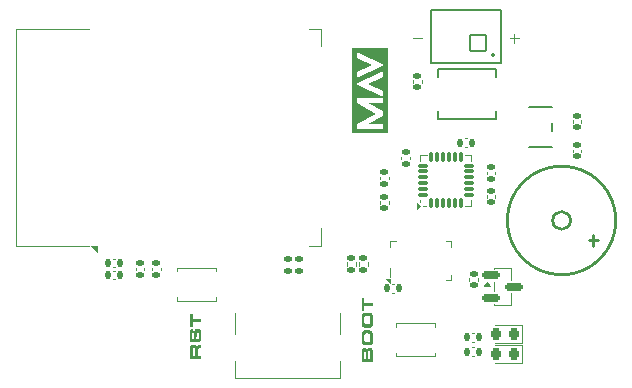
<source format=gbr>
%TF.GenerationSoftware,KiCad,Pcbnew,9.0.5*%
%TF.CreationDate,2025-11-13T13:03:33-05:00*%
%TF.ProjectId,F25,4632352e-6b69-4636-9164-5f7063625858,v1.0.1*%
%TF.SameCoordinates,Original*%
%TF.FileFunction,Legend,Top*%
%TF.FilePolarity,Positive*%
%FSLAX46Y46*%
G04 Gerber Fmt 4.6, Leading zero omitted, Abs format (unit mm)*
G04 Created by KiCad (PCBNEW 9.0.5) date 2025-11-13 13:03:33*
%MOMM*%
%LPD*%
G01*
G04 APERTURE LIST*
G04 Aperture macros list*
%AMRoundRect*
0 Rectangle with rounded corners*
0 $1 Rounding radius*
0 $2 $3 $4 $5 $6 $7 $8 $9 X,Y pos of 4 corners*
0 Add a 4 corners polygon primitive as box body*
4,1,4,$2,$3,$4,$5,$6,$7,$8,$9,$2,$3,0*
0 Add four circle primitives for the rounded corners*
1,1,$1+$1,$2,$3*
1,1,$1+$1,$4,$5*
1,1,$1+$1,$6,$7*
1,1,$1+$1,$8,$9*
0 Add four rect primitives between the rounded corners*
20,1,$1+$1,$2,$3,$4,$5,0*
20,1,$1+$1,$4,$5,$6,$7,0*
20,1,$1+$1,$6,$7,$8,$9,0*
20,1,$1+$1,$8,$9,$2,$3,0*%
G04 Aperture macros list end*
%ADD10C,0.000000*%
%ADD11C,0.100000*%
%ADD12C,0.120000*%
%ADD13C,0.127000*%
%ADD14C,0.200000*%
%ADD15C,0.152400*%
%ADD16C,0.254000*%
%ADD17RoundRect,0.140000X-0.170000X0.140000X-0.170000X-0.140000X0.170000X-0.140000X0.170000X0.140000X0*%
%ADD18RoundRect,0.140000X0.140000X0.170000X-0.140000X0.170000X-0.140000X-0.170000X0.140000X-0.170000X0*%
%ADD19RoundRect,0.140000X0.170000X-0.140000X0.170000X0.140000X-0.170000X0.140000X-0.170000X-0.140000X0*%
%ADD20RoundRect,0.075000X0.075000X-0.350000X0.075000X0.350000X-0.075000X0.350000X-0.075000X-0.350000X0*%
%ADD21RoundRect,0.075000X0.350000X0.075000X-0.350000X0.075000X-0.350000X-0.075000X0.350000X-0.075000X0*%
%ADD22C,0.600000*%
%ADD23C,5.200000*%
%ADD24R,0.900000X1.500000*%
%ADD25R,1.500000X0.900000*%
%ADD26R,3.900000X3.900000*%
%ADD27RoundRect,0.102000X-0.654000X-0.654000X0.654000X-0.654000X0.654000X0.654000X-0.654000X0.654000X0*%
%ADD28C,1.512000*%
%ADD29RoundRect,0.135000X-0.185000X0.135000X-0.185000X-0.135000X0.185000X-0.135000X0.185000X0.135000X0*%
%ADD30R,0.600000X1.160000*%
%ADD31R,0.300000X1.160000*%
%ADD32O,0.900000X2.000000*%
%ADD33O,0.900000X1.700000*%
%ADD34RoundRect,0.140000X-0.140000X-0.170000X0.140000X-0.170000X0.140000X0.170000X-0.140000X0.170000X0*%
%ADD35RoundRect,0.218750X0.218750X0.256250X-0.218750X0.256250X-0.218750X-0.256250X0.218750X-0.256250X0*%
%ADD36R,1.955800X2.260600*%
%ADD37C,1.800000*%
%ADD38R,0.550000X0.950000*%
%ADD39RoundRect,0.150000X-0.587500X-0.150000X0.587500X-0.150000X0.587500X0.150000X-0.587500X0.150000X0*%
%ADD40R,0.900000X1.700000*%
%ADD41R,1.003300X0.508000*%
%ADD42RoundRect,0.135000X0.185000X-0.135000X0.185000X0.135000X-0.185000X0.135000X-0.185000X-0.135000X0*%
G04 APERTURE END LIST*
D10*
G36*
X144587503Y-112936501D02*
G01*
X144634805Y-112941598D01*
X144677591Y-112952302D01*
X144712900Y-112969597D01*
X144742395Y-112992898D01*
X144762201Y-113018601D01*
X144778802Y-113054597D01*
X144807992Y-113136201D01*
X144820505Y-113071702D01*
X144837701Y-113024895D01*
X144858301Y-112991997D01*
X144886896Y-112967797D01*
X144928995Y-112951798D01*
X144989602Y-112945801D01*
X145171197Y-112945801D01*
X145171197Y-113234200D01*
X145080499Y-113234200D01*
X145014703Y-113237595D01*
X144969995Y-113246102D01*
X144954492Y-113254998D01*
X144941903Y-113273301D01*
X144932702Y-113305298D01*
X144928903Y-113357400D01*
X144928903Y-113832001D01*
X145171197Y-113832001D01*
X145171197Y-114116196D01*
X144229394Y-114116196D01*
X144229394Y-113381196D01*
X144460000Y-113381196D01*
X144460000Y-113832001D01*
X144698404Y-113832001D01*
X144698404Y-113402199D01*
X144698404Y-113365800D01*
X144694604Y-113300400D01*
X144685891Y-113263695D01*
X144674798Y-113245400D01*
X144656900Y-113233796D01*
X144624292Y-113225197D01*
X144569497Y-113221596D01*
X144526803Y-113224198D01*
X144501596Y-113230698D01*
X144483301Y-113244095D01*
X144471094Y-113268502D01*
X144461404Y-113315400D01*
X144460000Y-113358796D01*
X144460000Y-113381196D01*
X144229394Y-113381196D01*
X144229394Y-113358796D01*
X144229394Y-113246796D01*
X144234491Y-113160302D01*
X144248300Y-113094102D01*
X144268701Y-113043999D01*
X144294900Y-113006699D01*
X144329599Y-112977799D01*
X144377191Y-112955300D01*
X144441293Y-112940201D01*
X144526391Y-112934601D01*
X144587503Y-112936501D01*
G37*
G36*
X160970895Y-94960198D02*
G01*
X157985498Y-94960198D01*
X157985498Y-94237198D01*
X158379098Y-94237198D01*
X158379098Y-94682496D01*
X160577295Y-94682496D01*
X160577295Y-94235200D01*
X159280099Y-94235200D01*
X160577295Y-93586602D01*
X160577295Y-93142701D01*
X159280099Y-92494095D01*
X160577295Y-92494095D01*
X160577295Y-92046799D01*
X158379098Y-92046799D01*
X158379098Y-92492097D01*
X160014902Y-93364602D01*
X158379098Y-94237198D01*
X157985498Y-94237198D01*
X157985498Y-92492097D01*
X157985498Y-90846902D01*
X158263299Y-90846902D01*
X160577295Y-91948502D01*
X160577295Y-91445496D01*
X159325403Y-90846902D01*
X160577295Y-90248398D01*
X160577295Y-89745400D01*
X158263299Y-90846902D01*
X157985498Y-90846902D01*
X157985498Y-89806595D01*
X158379098Y-89806595D01*
X158379098Y-90309601D01*
X160693200Y-89208100D01*
X158379098Y-88106499D01*
X158379098Y-88609498D01*
X159630990Y-89208100D01*
X158379098Y-89806595D01*
X157985498Y-89806595D01*
X157985498Y-88609498D01*
X157985498Y-87828797D01*
X160970895Y-87828797D01*
X160970895Y-94960198D01*
G37*
G36*
X159389703Y-110198899D02*
G01*
X159499795Y-110215195D01*
X159575204Y-110238198D01*
X159624704Y-110265298D01*
X159654703Y-110295502D01*
X159680902Y-110341599D01*
X159702493Y-110408799D01*
X159717599Y-110503602D01*
X159723398Y-110633500D01*
X159727594Y-110847703D01*
X159728998Y-110937401D01*
X159721994Y-111130601D01*
X159716699Y-111212502D01*
X159701898Y-111280099D01*
X159678995Y-111335602D01*
X159648492Y-111381196D01*
X159608896Y-111417802D01*
X159558099Y-111445099D01*
X159493295Y-111462899D01*
X159411203Y-111469300D01*
X159238901Y-111472100D01*
X159087198Y-111465699D01*
X158981805Y-111449196D01*
X158911599Y-111426301D01*
X158867196Y-111399399D01*
X158840692Y-111369797D01*
X158817392Y-111325600D01*
X158798196Y-111262101D01*
X158784799Y-111173600D01*
X158779703Y-111053597D01*
X158775491Y-110851998D01*
X158776498Y-110689500D01*
X159004693Y-110689500D01*
X159006097Y-110972397D01*
X159011697Y-111062997D01*
X159025705Y-111119401D01*
X159043100Y-111147797D01*
X159069894Y-111167000D01*
X159108896Y-111177498D01*
X159214502Y-111185197D01*
X159239694Y-111185197D01*
X159277398Y-111185197D01*
X159364190Y-111180695D01*
X159418802Y-111169701D01*
X159450891Y-111155099D01*
X159467904Y-111138199D01*
X159481897Y-111110696D01*
X159491800Y-111068398D01*
X159495599Y-111005898D01*
X159498498Y-110853402D01*
X159497094Y-110707696D01*
X159493402Y-110626702D01*
X159484094Y-110571198D01*
X159471200Y-110534897D01*
X159455591Y-110513802D01*
X159431192Y-110497597D01*
X159395105Y-110486596D01*
X159343194Y-110482400D01*
X159217294Y-110479500D01*
X159155298Y-110481599D01*
X159107492Y-110487198D01*
X159066400Y-110499695D01*
X159040292Y-110518700D01*
X159023095Y-110546502D01*
X159011697Y-110589501D01*
X159006494Y-110637200D01*
X159004693Y-110689500D01*
X158776498Y-110689500D01*
X158776895Y-110625199D01*
X158781396Y-110517800D01*
X158793405Y-110433999D01*
X158811197Y-110369401D01*
X158833505Y-110320496D01*
X158859491Y-110284302D01*
X158892999Y-110255295D01*
X158939203Y-110230599D01*
X159001397Y-110210900D01*
X159083398Y-110197503D01*
X159189996Y-110192597D01*
X159234704Y-110192597D01*
X159389703Y-110198899D01*
G37*
G36*
X144960702Y-111555199D02*
G01*
X145023904Y-111570595D01*
X145070199Y-111593499D01*
X145103402Y-111622903D01*
X145128000Y-111660500D01*
X145147394Y-111711198D01*
X145160394Y-111778298D01*
X145165292Y-111865800D01*
X145175104Y-112229798D01*
X145170999Y-112420098D01*
X145167199Y-112498398D01*
X145156900Y-112559601D01*
X145141595Y-112606797D01*
X145122201Y-112642800D01*
X145095102Y-112671403D01*
X145055902Y-112693597D01*
X145001199Y-112708497D01*
X144926004Y-112714097D01*
X144870294Y-112714097D01*
X144870294Y-112434098D01*
X144885400Y-112432702D01*
X144920404Y-112427796D01*
X144942697Y-112414796D01*
X144956201Y-112394295D01*
X144966501Y-112351800D01*
X144970605Y-112287102D01*
X144971902Y-112152802D01*
X144966195Y-111962296D01*
X144963205Y-111909501D01*
X144955896Y-111877701D01*
X144946298Y-111860200D01*
X144922098Y-111842797D01*
X144883798Y-111836297D01*
X144848993Y-111843300D01*
X144822702Y-111863602D01*
X144811502Y-111883500D01*
X144803293Y-111916497D01*
X144799997Y-111967896D01*
X144799997Y-112014100D01*
X144790201Y-112481698D01*
X144785303Y-112548302D01*
X144771798Y-112599297D01*
X144751291Y-112638199D01*
X144724405Y-112667298D01*
X144690500Y-112689103D01*
X144647104Y-112705903D01*
X144592004Y-112716996D01*
X144522394Y-112721100D01*
X144445901Y-112716599D01*
X144387491Y-112704697D01*
X144343500Y-112686898D01*
X144306695Y-112659096D01*
X144277795Y-112618600D01*
X144256692Y-112562195D01*
X144239297Y-112464898D01*
X144229699Y-112325600D01*
X144225503Y-112128899D01*
X144228296Y-111930100D01*
X144233590Y-111816903D01*
X144247201Y-111738297D01*
X144264200Y-111692597D01*
X144287195Y-111659196D01*
X144316202Y-111635399D01*
X144366098Y-111609902D01*
X144406991Y-111597001D01*
X144451196Y-111590996D01*
X144518594Y-111588601D01*
X144518594Y-111867097D01*
X144487192Y-111870797D01*
X144465097Y-111880601D01*
X144449792Y-111895798D01*
X144435602Y-111928200D01*
X144430093Y-111976296D01*
X144428705Y-112113495D01*
X144435495Y-112330498D01*
X144439691Y-112371697D01*
X144451303Y-112404000D01*
X144464105Y-112420701D01*
X144481195Y-112430596D01*
X144504098Y-112434098D01*
X144535501Y-112429597D01*
X144556695Y-112417702D01*
X144570398Y-112398499D01*
X144581796Y-112359200D01*
X144586191Y-112301102D01*
X144586191Y-112271699D01*
X144588891Y-112081299D01*
X144590295Y-111893700D01*
X144594797Y-111799996D01*
X144606897Y-111727502D01*
X144624795Y-111672402D01*
X144647302Y-111631196D01*
X144678903Y-111598397D01*
X144724496Y-111572999D01*
X144788202Y-111555802D01*
X144875696Y-111549401D01*
X144960702Y-111555199D01*
G37*
G36*
X159389703Y-111683900D02*
G01*
X159499795Y-111700196D01*
X159575204Y-111723199D01*
X159624704Y-111750298D01*
X159654703Y-111780495D01*
X159680902Y-111826600D01*
X159702493Y-111893799D01*
X159717599Y-111988602D01*
X159723398Y-112118500D01*
X159727594Y-112332696D01*
X159728998Y-112422402D01*
X159721994Y-112615601D01*
X159716699Y-112697503D01*
X159701898Y-112765099D01*
X159678995Y-112820595D01*
X159648492Y-112866196D01*
X159608896Y-112902802D01*
X159558099Y-112930100D01*
X159493295Y-112947899D01*
X159411203Y-112954301D01*
X159238901Y-112957101D01*
X159087198Y-112950699D01*
X158981805Y-112934197D01*
X158911599Y-112911301D01*
X158867196Y-112884400D01*
X158840692Y-112854798D01*
X158817392Y-112810601D01*
X158798196Y-112747101D01*
X158784799Y-112658600D01*
X158779703Y-112538598D01*
X158775491Y-112336899D01*
X158776498Y-112174500D01*
X159004693Y-112174500D01*
X159006097Y-112457398D01*
X159011697Y-112547997D01*
X159025705Y-112604401D01*
X159043100Y-112632699D01*
X159069894Y-112652001D01*
X159108896Y-112662499D01*
X159214502Y-112670197D01*
X159239694Y-112670197D01*
X159277398Y-112670197D01*
X159364190Y-112665696D01*
X159418802Y-112654702D01*
X159450891Y-112640099D01*
X159467904Y-112623200D01*
X159481897Y-112595696D01*
X159491800Y-112553399D01*
X159495599Y-112490899D01*
X159498498Y-112338402D01*
X159497094Y-112192696D01*
X159493402Y-112111703D01*
X159484094Y-112056199D01*
X159471200Y-112019898D01*
X159455591Y-111998803D01*
X159431192Y-111982598D01*
X159395105Y-111971596D01*
X159343194Y-111967301D01*
X159217294Y-111964501D01*
X159155298Y-111966599D01*
X159107492Y-111972199D01*
X159066400Y-111984696D01*
X159040292Y-112003701D01*
X159023095Y-112031502D01*
X159011697Y-112074402D01*
X159006494Y-112122201D01*
X159004693Y-112174500D01*
X158776498Y-112174500D01*
X158776895Y-112110200D01*
X158781396Y-112002801D01*
X158793405Y-111918999D01*
X158811197Y-111854401D01*
X158833505Y-111805497D01*
X158859491Y-111769295D01*
X158892999Y-111740296D01*
X158939203Y-111715600D01*
X159001397Y-111695901D01*
X159083398Y-111682496D01*
X159189996Y-111677598D01*
X159234704Y-111677598D01*
X159389703Y-111683900D01*
G37*
G36*
X159528390Y-113168000D02*
G01*
X159588296Y-113183602D01*
X159632196Y-113206902D01*
X159663598Y-113237099D01*
X159686593Y-113275201D01*
X159704690Y-113325196D01*
X159716699Y-113390000D01*
X159721200Y-113473000D01*
X159721200Y-114373101D01*
X158779397Y-114373101D01*
X158779397Y-114088998D01*
X158982599Y-114088998D01*
X159146692Y-114088998D01*
X159330392Y-114088998D01*
X159510202Y-114088998D01*
X159510202Y-113572396D01*
X159507303Y-113524895D01*
X159499093Y-113485596D01*
X159486993Y-113466401D01*
X159461297Y-113453202D01*
X159414392Y-113447800D01*
X159378305Y-113454201D01*
X159352502Y-113472298D01*
X159341592Y-113490296D01*
X159333597Y-113520501D01*
X159330392Y-113568200D01*
X159330392Y-114088998D01*
X159146692Y-114088998D01*
X159146692Y-113599000D01*
X159144098Y-113568200D01*
X159142297Y-113546799D01*
X159131204Y-113514298D01*
X159118097Y-113499398D01*
X159096292Y-113489503D01*
X159061899Y-113485596D01*
X159031198Y-113489197D01*
X159010995Y-113498498D01*
X158998193Y-113512902D01*
X158987100Y-113543801D01*
X158982599Y-113593300D01*
X158982599Y-114088998D01*
X158779397Y-114088998D01*
X158779397Y-113593300D01*
X158779397Y-113487000D01*
X158783395Y-113415497D01*
X158794198Y-113357400D01*
X158810891Y-113310502D01*
X158832605Y-113272797D01*
X158861902Y-113242097D01*
X158901193Y-113219102D01*
X158952798Y-113204102D01*
X159020196Y-113198601D01*
X159076700Y-113201401D01*
X159120294Y-113209099D01*
X159157892Y-113224198D01*
X159185403Y-113246895D01*
X159206094Y-113274399D01*
X159217599Y-113297295D01*
X159237192Y-113362298D01*
X159253991Y-113287301D01*
X159273904Y-113237198D01*
X159295602Y-113205598D01*
X159325601Y-113183701D01*
X159373803Y-113168297D01*
X159447900Y-113162202D01*
X159528390Y-113168000D01*
G37*
G36*
X159010003Y-109352997D02*
G01*
X159721200Y-109352997D01*
X159721200Y-109637101D01*
X159010003Y-109637101D01*
X159010003Y-110054398D01*
X158779397Y-110054398D01*
X158779397Y-108937096D01*
X159010003Y-108937096D01*
X159010003Y-109352997D01*
G37*
G36*
X144460000Y-110710000D02*
G01*
X145171197Y-110710000D01*
X145171197Y-110994095D01*
X144460000Y-110994095D01*
X144460000Y-111411400D01*
X144229394Y-111411400D01*
X144229394Y-110294099D01*
X144460000Y-110294099D01*
X144460000Y-110710000D01*
G37*
D11*
X171303884Y-86991466D02*
X172065789Y-86991466D01*
X171684836Y-87372419D02*
X171684836Y-86610514D01*
X163103884Y-86991466D02*
X163865789Y-86991466D01*
D12*
%TO.C,R8*%
X168610000Y-107292164D02*
X168610000Y-107507836D01*
X167890000Y-107292164D02*
X167890000Y-107507836D01*
%TO.C,C9*%
X161527836Y-107790000D02*
X161312164Y-107790000D01*
X161527836Y-108510000D02*
X161312164Y-108510000D01*
%TO.C,R2*%
X160340000Y-101007836D02*
X160340000Y-100792164D01*
X161060000Y-101007836D02*
X161060000Y-100792164D01*
%TO.C,U2*%
X163750000Y-96850000D02*
X163750000Y-97375000D01*
X163750000Y-96850000D02*
X164275000Y-96850000D01*
X163750000Y-100625000D02*
X163750000Y-100850000D01*
X164215000Y-101150001D02*
X163990000Y-101150001D01*
X168050000Y-96850000D02*
X167525000Y-96850000D01*
X168050000Y-96850000D02*
X168050000Y-97375000D01*
X168050000Y-101150000D02*
X167525000Y-101150000D01*
X168050000Y-101150000D02*
X168050000Y-100625000D01*
X163750000Y-101150000D02*
X163420000Y-101390000D01*
X163420000Y-100910000D01*
X163750000Y-101150000D01*
G36*
X163750000Y-101150000D02*
G01*
X163420000Y-101390000D01*
X163420000Y-100910000D01*
X163750000Y-101150000D01*
G37*
%TO.C,U4*%
X129490000Y-86150000D02*
X135690000Y-86150000D01*
X129490000Y-104550000D02*
X129490000Y-86150000D01*
X129490000Y-104550000D02*
X135690000Y-104550000D01*
X154340000Y-104550000D02*
X155340000Y-104550000D01*
X155340000Y-86150000D02*
X154340000Y-86150000D01*
X155340000Y-86150000D02*
X155340000Y-87650000D01*
X155340000Y-104550000D02*
X155340000Y-103050000D01*
X136365000Y-105050000D02*
X135865000Y-104550000D01*
X136365000Y-104550000D01*
X136365000Y-105050000D01*
G36*
X136365000Y-105050000D02*
G01*
X135865000Y-104550000D01*
X136365000Y-104550000D01*
X136365000Y-105050000D01*
G37*
D13*
%TO.C,J3*%
X164650000Y-84550000D02*
X170550000Y-84550000D01*
X164650000Y-89050000D02*
X164650000Y-84550000D01*
X170550000Y-84550000D02*
X170550000Y-89050000D01*
X170550000Y-89050000D02*
X164650000Y-89050000D01*
D14*
X170000000Y-88400000D02*
G75*
G02*
X169800000Y-88400000I-100000J0D01*
G01*
X169800000Y-88400000D02*
G75*
G02*
X170000000Y-88400000I100000J0D01*
G01*
D12*
%TO.C,R6*%
X158520000Y-105936360D02*
X158520000Y-106243642D01*
X159280000Y-105936360D02*
X159280000Y-106243642D01*
%TO.C,J4*%
X148030000Y-110230000D02*
X148030000Y-112030000D01*
X148030000Y-115740000D02*
X148030000Y-114280000D01*
X156970000Y-110230000D02*
X156970000Y-112030000D01*
X156970000Y-115740000D02*
X148030000Y-115740000D01*
X156970000Y-115740000D02*
X156970000Y-114280000D01*
%TO.C,R7*%
X168092164Y-111940000D02*
X168307836Y-111940000D01*
X168092164Y-112660000D02*
X168307836Y-112660000D01*
%TO.C,C1*%
X137692164Y-105640000D02*
X137907836Y-105640000D01*
X137692164Y-106360000D02*
X137907836Y-106360000D01*
%TO.C,D1*%
X170100000Y-114435000D02*
X172385000Y-114435000D01*
X172385000Y-112965000D02*
X170100000Y-112965000D01*
X172385000Y-114435000D02*
X172385000Y-112965000D01*
%TO.C,R3*%
X160340000Y-98692164D02*
X160340000Y-98907836D01*
X161060000Y-98692164D02*
X161060000Y-98907836D01*
D15*
%TO.C,CR1*%
X165274300Y-89591800D02*
X165274300Y-90236960D01*
X165274300Y-93163040D02*
X165274300Y-93808200D01*
X165274300Y-93808200D02*
X170125700Y-93808200D01*
X170125700Y-89591800D02*
X165274300Y-89591800D01*
X170125700Y-90236960D02*
X170125700Y-89591800D01*
X170125700Y-93808200D02*
X170125700Y-93163040D01*
D16*
%TO.C,LS1*%
X178367130Y-103670000D02*
X178367130Y-104559000D01*
X178748130Y-104051000D02*
X177986130Y-104051000D01*
X176450440Y-102400000D02*
G75*
G02*
X174950320Y-102400000I-750060J0D01*
G01*
X174950320Y-102400000D02*
G75*
G02*
X176450440Y-102400000I750060J0D01*
G01*
X180300320Y-102400000D02*
G75*
G02*
X171100440Y-102400000I-4599940J0D01*
G01*
X171100440Y-102400000D02*
G75*
G02*
X180300320Y-102400000I4599940J0D01*
G01*
D12*
%TO.C,U1*%
X161175000Y-104175000D02*
X161675000Y-104175000D01*
X161175000Y-104675000D02*
X161175000Y-104175000D01*
X161175000Y-107175000D02*
X161174999Y-106425000D01*
X165875000Y-104175000D02*
X166375000Y-104175000D01*
X166375000Y-104175000D02*
X166375000Y-104675000D01*
X166375000Y-106975000D02*
X166375000Y-107475000D01*
X166375000Y-107475000D02*
X165875000Y-107475000D01*
X161174999Y-107735000D02*
X160814999Y-107375000D01*
X161175000Y-107375000D01*
X161174999Y-107735000D01*
G36*
X161174999Y-107735000D02*
G01*
X160814999Y-107375000D01*
X161175000Y-107375000D01*
X161174999Y-107735000D01*
G37*
%TO.C,Q1*%
X169940000Y-106440000D02*
X171460000Y-106440000D01*
X169940000Y-106490000D02*
X169940000Y-106440000D01*
X169940000Y-108390000D02*
X169940000Y-107610000D01*
X169940000Y-109560000D02*
X169940000Y-109510000D01*
X171460000Y-106440000D02*
X171460000Y-107440000D01*
X171460000Y-108560000D02*
X171460000Y-109560000D01*
X171460000Y-109560000D02*
X169940000Y-109560000D01*
X169640000Y-107950000D02*
X169160000Y-107950000D01*
X169400000Y-107620000D01*
X169640000Y-107950000D01*
G36*
X169640000Y-107950000D02*
G01*
X169160000Y-107950000D01*
X169400000Y-107620000D01*
X169640000Y-107950000D01*
G37*
%TO.C,C7*%
X169359999Y-98477836D02*
X169359999Y-98262164D01*
X170079999Y-98477836D02*
X170079999Y-98262164D01*
%TO.C,R1*%
X168092164Y-113140000D02*
X168307836Y-113140000D01*
X168092164Y-113860000D02*
X168307836Y-113860000D01*
%TO.C,SW1*%
X143150000Y-106400000D02*
X143150000Y-106700000D01*
X143150000Y-109200000D02*
X143150000Y-108900000D01*
X146450000Y-106400000D02*
X143150000Y-106400000D01*
X146450000Y-106700000D02*
X146450000Y-106400000D01*
X146450000Y-108900000D02*
X146450000Y-109200000D01*
X146450000Y-109200000D02*
X143150000Y-109200000D01*
%TO.C,R11*%
X139640000Y-106392164D02*
X139640000Y-106607836D01*
X140360000Y-106392164D02*
X140360000Y-106607836D01*
%TO.C,C3*%
X141040000Y-106392164D02*
X141040000Y-106607836D01*
X141760000Y-106392164D02*
X141760000Y-106607836D01*
%TO.C,C11*%
X176640000Y-93892164D02*
X176640000Y-94107836D01*
X177360000Y-93892164D02*
X177360000Y-94107836D01*
D15*
%TO.C,U5*%
X172922100Y-96176400D02*
X174877900Y-96176400D01*
X174877900Y-92823600D02*
X172922100Y-92823600D01*
X174877900Y-94863261D02*
X174877900Y-94136739D01*
D12*
%TO.C,R4*%
X176640000Y-96392164D02*
X176640000Y-96607836D01*
X177360000Y-96392164D02*
X177360000Y-96607836D01*
%TO.C,C4*%
X169359999Y-100262164D02*
X169359999Y-100477836D01*
X170079999Y-100262164D02*
X170079999Y-100477836D01*
%TO.C,SW2*%
X161650000Y-111100000D02*
X161650000Y-111400000D01*
X161650000Y-113900000D02*
X161650000Y-113600000D01*
X164950000Y-111100000D02*
X161650000Y-111100000D01*
X164950000Y-111400000D02*
X164950000Y-111100000D01*
X164950000Y-113600000D02*
X164950000Y-113900000D01*
X164950000Y-113900000D02*
X161650000Y-113900000D01*
%TO.C,C2*%
X137692164Y-106640000D02*
X137907836Y-106640000D01*
X137692164Y-107360000D02*
X137907836Y-107360000D01*
%TO.C,C10*%
X163140000Y-90727836D02*
X163140000Y-90512164D01*
X163860000Y-90727836D02*
X163860000Y-90512164D01*
%TO.C,R12*%
X157520000Y-106253641D02*
X157520000Y-105946359D01*
X158280000Y-106253641D02*
X158280000Y-105946359D01*
%TO.C,C6*%
X162140000Y-97207836D02*
X162140000Y-96992164D01*
X162860000Y-97207836D02*
X162860000Y-96992164D01*
%TO.C,D2*%
X170100000Y-112735000D02*
X172385000Y-112735000D01*
X172385000Y-111265000D02*
X170100000Y-111265000D01*
X172385000Y-112735000D02*
X172385000Y-111265000D01*
%TO.C,C5*%
X167707836Y-95440000D02*
X167492164Y-95440000D01*
X167707836Y-96160000D02*
X167492164Y-96160000D01*
%TD*%
%LPC*%
D17*
%TO.C,R8*%
X168250000Y-106920000D03*
X168250000Y-107880000D03*
%TD*%
D18*
%TO.C,C9*%
X161900000Y-108150000D03*
X160940000Y-108150000D03*
%TD*%
D19*
%TO.C,R2*%
X160700000Y-101380000D03*
X160700000Y-100420000D03*
%TD*%
D20*
%TO.C,U2*%
X164650000Y-100950000D03*
X165150000Y-100950000D03*
X165650000Y-100950000D03*
X166150000Y-100950000D03*
X166650000Y-100950000D03*
X167150000Y-100950000D03*
D21*
X167850000Y-100250000D03*
X167850000Y-99750000D03*
X167850000Y-99250000D03*
X167850000Y-98750000D03*
X167850000Y-98250000D03*
X167850000Y-97750000D03*
D20*
X167150000Y-97050000D03*
X166650000Y-97050000D03*
X166150000Y-97050000D03*
X165650000Y-97050000D03*
X165150000Y-97050000D03*
X164650000Y-97050000D03*
D21*
X163950000Y-97750000D03*
X163950000Y-98250000D03*
X163950000Y-98750000D03*
X163950000Y-99250000D03*
X163950000Y-99750000D03*
X163950000Y-100250000D03*
%TD*%
D22*
%TO.C,H3*%
X137500000Y-111500000D03*
X138090000Y-110090000D03*
X138090000Y-112910000D03*
D23*
X139470000Y-111465000D03*
D22*
X139500000Y-109500000D03*
X139500000Y-113500000D03*
X140910000Y-110090000D03*
X140910000Y-112910000D03*
X141500000Y-111500000D03*
%TD*%
D24*
%TO.C,U4*%
X137130000Y-104100000D03*
X138400000Y-104100000D03*
X139670000Y-104100000D03*
X140940000Y-104100000D03*
X142210000Y-104100000D03*
X143480000Y-104100000D03*
X144750000Y-104100000D03*
X146020000Y-104100000D03*
X147290000Y-104100000D03*
X148560000Y-104100000D03*
X149830000Y-104100000D03*
X151100000Y-104100000D03*
X152370000Y-104100000D03*
X153640000Y-104100000D03*
D25*
X154890000Y-102335000D03*
X154890000Y-101065000D03*
X154890000Y-99795000D03*
X154890000Y-98525000D03*
X154890000Y-97255000D03*
X154890000Y-95985000D03*
X154890000Y-94715000D03*
X154890000Y-93445000D03*
X154890000Y-92175000D03*
X154890000Y-90905000D03*
X154890000Y-89635000D03*
X154890000Y-88365000D03*
D24*
X153640000Y-86600000D03*
X152370000Y-86600000D03*
X151100000Y-86600000D03*
X149830000Y-86600000D03*
X148560000Y-86600000D03*
X147290000Y-86600000D03*
X146020000Y-86600000D03*
X144750000Y-86600000D03*
X143480000Y-86600000D03*
X142210000Y-86600000D03*
X140940000Y-86600000D03*
X139670000Y-86600000D03*
X138400000Y-86600000D03*
X137130000Y-86600000D03*
D22*
X144150000Y-98250000D03*
X145550000Y-98250000D03*
X143450000Y-97550000D03*
X144850000Y-97550000D03*
X146250000Y-97550000D03*
X144150000Y-96850000D03*
D26*
X144850000Y-96850000D03*
D22*
X145550000Y-96850000D03*
X143450000Y-96150000D03*
X144850000Y-96150000D03*
X146250000Y-96150000D03*
X144150000Y-95450000D03*
X145550000Y-95450000D03*
%TD*%
D27*
%TO.C,J3*%
X168600000Y-87350000D03*
D28*
X166600000Y-87350000D03*
%TD*%
D29*
%TO.C,R6*%
X158900000Y-105580002D03*
X158900000Y-106600000D03*
%TD*%
D22*
%TO.C,J4*%
X149610000Y-109450000D03*
X155390000Y-109450000D03*
D30*
X149300000Y-108390000D03*
X150100000Y-108390000D03*
D31*
X151250000Y-108390000D03*
X152250000Y-108390000D03*
X152750000Y-108390000D03*
X153750000Y-108390000D03*
D30*
X154900000Y-108390000D03*
X155700000Y-108390000D03*
X155700000Y-108390000D03*
X154900000Y-108390000D03*
D31*
X154250000Y-108390000D03*
X153250000Y-108390000D03*
X151750000Y-108390000D03*
X150750000Y-108390000D03*
D30*
X150100000Y-108390000D03*
X149300000Y-108390000D03*
D32*
X148180000Y-108970000D03*
D33*
X148180000Y-113140000D03*
D32*
X156820000Y-108970000D03*
D33*
X156820000Y-113140000D03*
%TD*%
D34*
%TO.C,R7*%
X167720000Y-112300000D03*
X168680000Y-112300000D03*
%TD*%
%TO.C,C1*%
X137320000Y-106000000D03*
X138280000Y-106000000D03*
%TD*%
D35*
%TO.C,D1*%
X171687501Y-113700000D03*
X170112499Y-113700000D03*
%TD*%
D17*
%TO.C,R3*%
X160700000Y-98320000D03*
X160700000Y-99280000D03*
%TD*%
D36*
%TO.C,CR1*%
X169871700Y-91700000D03*
X165528300Y-91700000D03*
%TD*%
D37*
%TO.C,LS1*%
X178199990Y-102400000D03*
X173200010Y-102400000D03*
%TD*%
D38*
%TO.C,U1*%
X161900000Y-106900000D03*
X163150000Y-106900000D03*
X164400000Y-106900000D03*
X165650000Y-106900000D03*
X165650000Y-104750000D03*
X164400000Y-104750000D03*
X163150000Y-104750000D03*
X161900000Y-104750000D03*
%TD*%
D39*
%TO.C,Q1*%
X169762500Y-107050000D03*
X169762500Y-108950000D03*
X171637500Y-108000000D03*
%TD*%
D19*
%TO.C,C7*%
X169719999Y-98850000D03*
X169719999Y-97890000D03*
%TD*%
D34*
%TO.C,R1*%
X167720000Y-113500000D03*
X168680000Y-113500000D03*
%TD*%
D40*
%TO.C,SW1*%
X146500001Y-107800000D03*
X143099999Y-107800000D03*
%TD*%
D22*
%TO.C,H1*%
X174900000Y-89100000D03*
X175490000Y-87690000D03*
X175490000Y-90510000D03*
D23*
X176870000Y-89065000D03*
D22*
X176900000Y-87100000D03*
X176900000Y-91100000D03*
X178310000Y-87690000D03*
X178310000Y-90510000D03*
X178900000Y-89100000D03*
%TD*%
D17*
%TO.C,R11*%
X140000000Y-106020000D03*
X140000000Y-106980000D03*
%TD*%
%TO.C,C3*%
X141400000Y-106020000D03*
X141400000Y-106980000D03*
%TD*%
%TO.C,C11*%
X177000000Y-93520000D03*
X177000000Y-94480000D03*
%TD*%
D41*
%TO.C,U5*%
X172547450Y-93549999D03*
X172547450Y-94500000D03*
X172547450Y-95450001D03*
X175252550Y-95450001D03*
X175252550Y-93549999D03*
%TD*%
D17*
%TO.C,R4*%
X177000000Y-96020000D03*
X177000000Y-96980000D03*
%TD*%
%TO.C,C4*%
X169719999Y-99890000D03*
X169719999Y-100850000D03*
%TD*%
D42*
%TO.C,R16*%
X153500000Y-106709999D03*
X153500000Y-105690001D03*
%TD*%
D40*
%TO.C,SW2*%
X165000001Y-112500000D03*
X161599999Y-112500000D03*
%TD*%
D34*
%TO.C,C2*%
X137320000Y-107000000D03*
X138280000Y-107000000D03*
%TD*%
D19*
%TO.C,C10*%
X163500000Y-91100000D03*
X163500000Y-90140000D03*
%TD*%
D42*
%TO.C,R12*%
X157900000Y-106609999D03*
X157900000Y-105590001D03*
%TD*%
D19*
%TO.C,C6*%
X162500000Y-97580000D03*
X162500000Y-96620000D03*
%TD*%
D35*
%TO.C,D2*%
X171687501Y-112000000D03*
X170112499Y-112000000D03*
%TD*%
D18*
%TO.C,C5*%
X168080000Y-95800000D03*
X167120000Y-95800000D03*
%TD*%
D22*
%TO.C,H2*%
X174900000Y-111500000D03*
X175490000Y-110090000D03*
X175490000Y-112910000D03*
D23*
X176870000Y-111465000D03*
D22*
X176900000Y-109500000D03*
X176900000Y-113500000D03*
X178310000Y-110090000D03*
X178310000Y-112910000D03*
X178900000Y-111500000D03*
%TD*%
D42*
%TO.C,R17*%
X152500000Y-106709999D03*
X152500000Y-105690001D03*
%TD*%
%LPD*%
M02*

</source>
